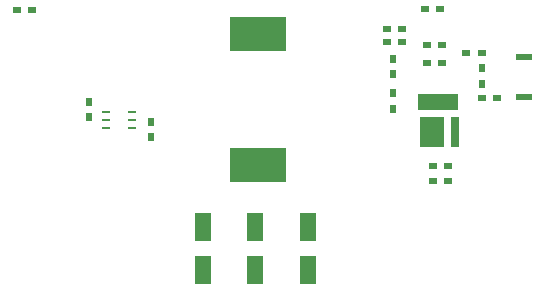
<source format=gbr>
G04 DipTrace 3.0.0.0*
G04 TopPaste.gbr*
%MOIN*%
G04 #@! TF.FileFunction,Paste,Top*
G04 #@! TF.Part,Single*
%ADD51R,0.027559X0.007874*%
%ADD53R,0.188976X0.114173*%
%ADD55R,0.055118X0.023622*%
%ADD57R,0.055118X0.094488*%
%ADD59R,0.019685X0.027559*%
%ADD61R,0.027559X0.019685*%
%ADD63R,0.027559X0.103543*%
%ADD65R,0.07874X0.103543*%
%ADD67R,0.137795X0.055118*%
%ADD69R,0.003937X0.007874*%
%ADD71R,0.007874X0.003937*%
%FSLAX26Y26*%
G04*
G70*
G90*
G75*
G01*
G04 TopPaste*
%LPD*%
D71*
X1867290Y1465192D3*
Y1439601D3*
Y1414010D3*
Y1388420D3*
Y1362829D3*
Y1337239D3*
Y1311648D3*
Y1286058D3*
D69*
X1897802Y1261451D3*
X1923392D3*
X1948983D3*
X1974573D3*
X2000164D3*
X2025755D3*
D71*
X2056266Y1286058D3*
Y1311648D3*
Y1337239D3*
Y1362829D3*
Y1388420D3*
Y1414010D3*
Y1439601D3*
Y1465192D3*
D69*
X2025755Y1489798D3*
X2000164D3*
X1974573D3*
X1948983D3*
X1923392D3*
X1897802D3*
D67*
X1961778Y1436648D3*
D65*
X1942093Y1335664D3*
D63*
X2016896D3*
D61*
X2108268Y1448608D3*
X2159449D3*
D59*
X1811024Y1464386D3*
Y1413205D3*
D61*
X1942913Y1221542D3*
X1994094D3*
X1942913Y1172110D3*
X1994094D3*
D59*
X2106299Y1547648D3*
Y1496467D3*
D61*
X1842285Y1677944D3*
X1791104D3*
D57*
X1528052Y1017591D3*
Y875858D3*
X1176543Y1017591D3*
Y875858D3*
X1352017Y1017591D3*
Y875858D3*
D55*
X2247618Y1452996D3*
Y1586854D3*
D53*
X1361888Y1662978D3*
Y1225970D3*
D51*
X940550Y1350403D3*
Y1375993D3*
Y1401584D3*
X853936D3*
Y1375993D3*
Y1350403D3*
D61*
X558228Y1740920D3*
X609409D3*
X1923228Y1623801D3*
X1974409D3*
Y1565378D3*
X1923228D3*
X2106299Y1597269D3*
X2055118D3*
X1841438Y1636012D3*
X1790257D3*
D59*
X1811024Y1528379D3*
Y1579560D3*
D61*
X1916841Y1744087D3*
X1968022D3*
D59*
X1003446Y1319129D3*
Y1370310D3*
X799274Y1436312D3*
Y1385131D3*
M02*

</source>
